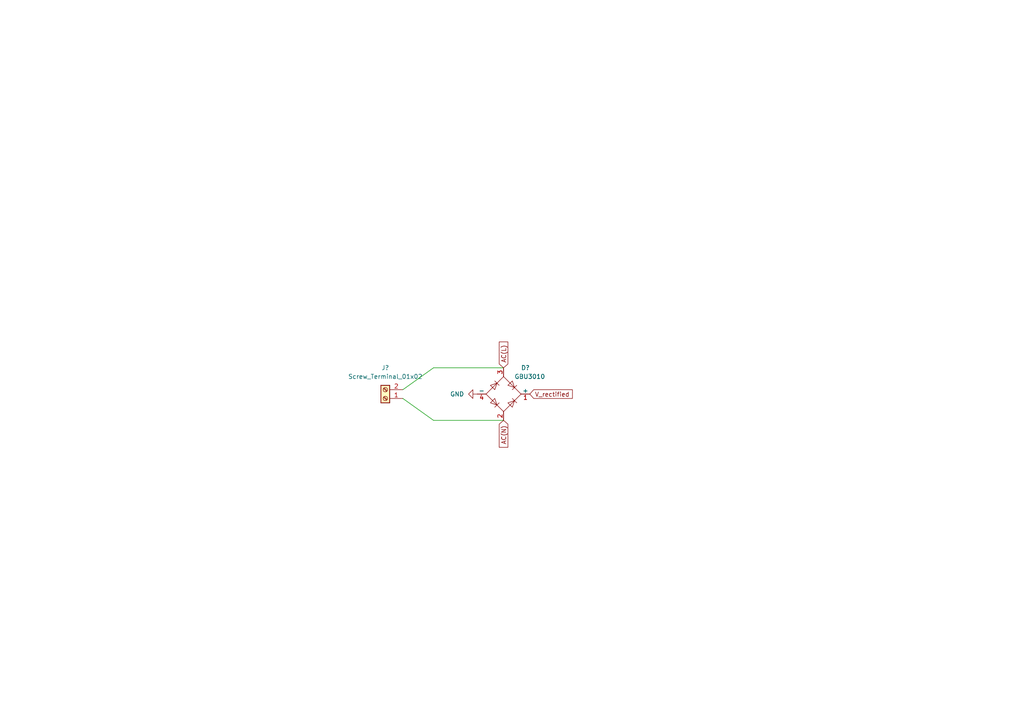
<source format=kicad_sch>
(kicad_sch (version 20211123) (generator eeschema)
  (paper "A4")
  (lib_symbols
    (symbol "Connector:Screw_Terminal_01x02" (pin_names (offset 1.016) hide)
      (property "Reference" "J" (at 0 2.54 0))
      (property "Value" "Screw_Terminal_01x02" (at 0 -5.08 0))
      (symbol "Screw_Terminal_01x02_1_1"
        (rectangle (start -1.27 1.27) (end 1.27 -3.81) (stroke (width 0.254)) (fill (type background)))
        (circle (center 0 -2.54) (radius 0.635) (stroke (width 0.1524)))
        (polyline (pts (xy -0.5334 -2.2098) (xy 0.3302 -3.048)) (stroke (width 0.1524)))
        (polyline (pts (xy -0.5334 0.3302) (xy 0.3302 -0.508)) (stroke (width 0.1524)))
        (polyline (pts (xy -0.3556 -2.032) (xy 0.508 -2.8702)) (stroke (width 0.1524)))
        (polyline (pts (xy -0.3556 0.508) (xy 0.508 -0.3302)) (stroke (width 0.1524)))
        (circle (center 0 0) (radius 0.635) (stroke (width 0.1524)))
        (pin passive line (at -5.08 0 0) (length 3.81) (name "Pin_1") (number "1"))
        (pin passive line (at -5.08 -2.54 0) (length 3.81) (name "Pin_2") (number "2"))
      )
    )
    (symbol "Diode_Bridge:GBU3010" (pin_names (offset 0))
      (property "Reference" "D" (at 2.54 6.985 0))
      (property "Value" "GBU3010" (at 2.54 5.08 0))
      (symbol "GBU3010_0_1"
        (polyline (pts (xy -2.54 3.81) (xy -1.27 2.54)))
        (polyline (pts (xy -1.27 -2.54) (xy -2.54 -3.81)))
        (polyline (pts (xy 2.54 -1.27) (xy 3.81 -2.54)))
        (polyline (pts (xy 2.54 1.27) (xy 3.81 2.54)))
        (polyline (pts (xy -3.81 2.54) (xy -2.54 1.27) (xy -1.905 3.175) (xy -3.81 2.54)))
        (polyline (pts (xy -2.54 -1.27) (xy -3.81 -2.54) (xy -1.905 -3.175) (xy -2.54 -1.27)))
        (polyline (pts (xy 1.27 2.54) (xy 2.54 3.81) (xy 3.175 1.905) (xy 1.27 2.54)))
        (polyline (pts (xy 3.175 -1.905) (xy 1.27 -2.54) (xy 2.54 -3.81) (xy 3.175 -1.905)))
        (polyline (pts (xy -5.08 0) (xy 0 -5.08) (xy 5.08 0) (xy 0 5.08) (xy -5.08 0)))
      )
      (symbol "GBU3010_1_1"
        (pin passive line (at 7.62 0 180) (length 2.54) (name "+") (number "1"))
        (pin passive line (at 0 -7.62 90) (length 2.54) (name "~") (number "2"))
        (pin passive line (at 0 7.62 270) (length 2.54) (name "~") (number "3"))
        (pin passive line (at -7.62 0 0) (length 2.54) (name "-") (number "4"))
      )
    )
    (symbol "power:GND" (power) (pin_names (offset 0))
      (property "Value" "GND" (at 0 -3.81 0))
      (symbol "GND_0_1"
        (polyline (pts (xy 0 0) (xy 0 -1.27) (xy 1.27 -1.27) (xy 0 -2.54) (xy -1.27 -1.27) (xy 0 -1.27)))
      )
      (symbol "GND_1_1"
        (pin power_in line (at 0 0 270) (length 0) hide (name "GND") (number "1"))
      )
    )
  )
  (wire (pts (xy 116.84 113.03) (xy 125.73 106.68)))
  (wire (pts (xy 125.73 121.92) (xy 146.05 121.92)))
  (wire (pts (xy 125.73 106.68) (xy 146.05 106.68)))
  (wire (pts (xy 116.84 115.57) (xy 125.73 121.92)))
  (global_label "AC(L)" (shape input) (at 146.05 106.68 90) (property "Intersheet References" "${INTERSHEET_REFS}" (effects hide)))
  (global_label "AC(N)" (shape input) (at 146.05 121.92 270) (property "Intersheet References" "${INTERSHEET_REFS}" (effects hide)))
  (global_label "V_rectified" (shape input) (at 153.67 114.3 0) (property "Intersheet References" "${INTERSHEET_REFS}" (effects hide)))
  (symbol (lib_id "Connector:Screw_Terminal_01x02") (at 111.76 115.57 180) (unit 1)
    (property "Reference" "J?" (at 111.76 106.68 0))
    (property "Value" "Screw_Terminal_01x02" (at 111.76 109.22 0))
    (property "Footprint" "TerminalBlock_Phoenix:TerminalBlock_Phoenix_MKDS-1,5-2-5.08_1x02_P5.08mm_Horizontal" (effects hide))
  )
  (symbol (lib_id "Diode_Bridge:GBU3010") (at 146.05 114.3 0) (unit 1)
    (property "Reference" "D?" (at 152.4 106.68 0))
    (property "Value" "GBU3010" (at 153.67 109.22 0))
    (property "Footprint" "Diode_THT:Diode_Bridge_Vishay_GBU" (effects hide))
    (property "Datasheet" "https://www.mccsemi.com/pdf/Products/GBU30005-GBU3010(GBU).pdf" (effects hide))
    (property "Link" "https://www.digikey.com/en/products/detail/micro-commercial-co/GBU3010-BP/12177159" (effects hide))
  )
  (symbol (lib_id "power:GND") (at 138.43 114.3 270) (unit 1)
    (property "Reference" "#PWR?" (effects hide))
    (property "Value" "GND" (at 134.62 114.2999 90) (effects (justify right)))
  )
)
</source>
